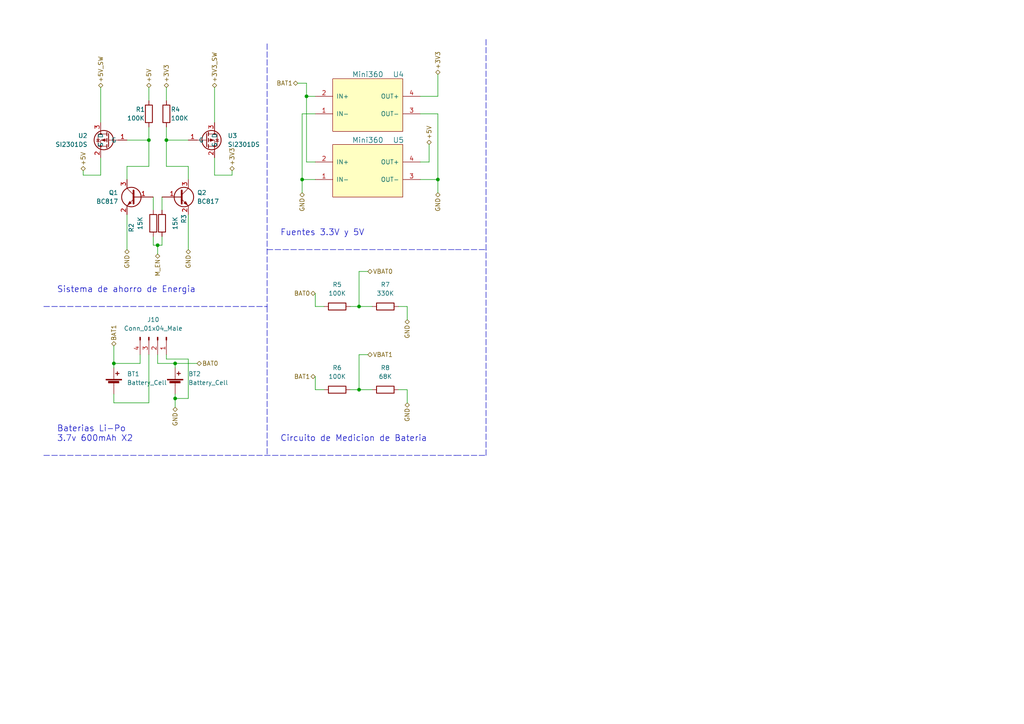
<source format=kicad_sch>
(kicad_sch (version 20211123) (generator eeschema)

  (uuid 5b0cc6af-c59b-4ce9-a1b4-7fcffb45140a)

  (paper "A4")

  (title_block
    (title "mCALCAN: Placa Alimentacion")
    (date "2022-10-10")
    (rev "2_FULL")
    (company "gVIE")
    (comment 1 "Colegio: ITS Villada")
    (comment 2 "Córdoba, Argentina")
  )

  (lib_symbols
    (symbol "Connector:Conn_01x04_Male" (pin_names (offset 1.016) hide) (in_bom yes) (on_board yes)
      (property "Reference" "J" (id 0) (at 0 5.08 0)
        (effects (font (size 1.27 1.27)))
      )
      (property "Value" "Conn_01x04_Male" (id 1) (at 0 -7.62 0)
        (effects (font (size 1.27 1.27)))
      )
      (property "Footprint" "" (id 2) (at 0 0 0)
        (effects (font (size 1.27 1.27)) hide)
      )
      (property "Datasheet" "~" (id 3) (at 0 0 0)
        (effects (font (size 1.27 1.27)) hide)
      )
      (property "ki_keywords" "connector" (id 4) (at 0 0 0)
        (effects (font (size 1.27 1.27)) hide)
      )
      (property "ki_description" "Generic connector, single row, 01x04, script generated (kicad-library-utils/schlib/autogen/connector/)" (id 5) (at 0 0 0)
        (effects (font (size 1.27 1.27)) hide)
      )
      (property "ki_fp_filters" "Connector*:*_1x??_*" (id 6) (at 0 0 0)
        (effects (font (size 1.27 1.27)) hide)
      )
      (symbol "Conn_01x04_Male_1_1"
        (polyline
          (pts
            (xy 1.27 -5.08)
            (xy 0.8636 -5.08)
          )
          (stroke (width 0.1524) (type default) (color 0 0 0 0))
          (fill (type none))
        )
        (polyline
          (pts
            (xy 1.27 -2.54)
            (xy 0.8636 -2.54)
          )
          (stroke (width 0.1524) (type default) (color 0 0 0 0))
          (fill (type none))
        )
        (polyline
          (pts
            (xy 1.27 0)
            (xy 0.8636 0)
          )
          (stroke (width 0.1524) (type default) (color 0 0 0 0))
          (fill (type none))
        )
        (polyline
          (pts
            (xy 1.27 2.54)
            (xy 0.8636 2.54)
          )
          (stroke (width 0.1524) (type default) (color 0 0 0 0))
          (fill (type none))
        )
        (rectangle (start 0.8636 -4.953) (end 0 -5.207)
          (stroke (width 0.1524) (type default) (color 0 0 0 0))
          (fill (type outline))
        )
        (rectangle (start 0.8636 -2.413) (end 0 -2.667)
          (stroke (width 0.1524) (type default) (color 0 0 0 0))
          (fill (type outline))
        )
        (rectangle (start 0.8636 0.127) (end 0 -0.127)
          (stroke (width 0.1524) (type default) (color 0 0 0 0))
          (fill (type outline))
        )
        (rectangle (start 0.8636 2.667) (end 0 2.413)
          (stroke (width 0.1524) (type default) (color 0 0 0 0))
          (fill (type outline))
        )
        (pin passive line (at 5.08 2.54 180) (length 3.81)
          (name "Pin_1" (effects (font (size 1.27 1.27))))
          (number "1" (effects (font (size 1.27 1.27))))
        )
        (pin passive line (at 5.08 0 180) (length 3.81)
          (name "Pin_2" (effects (font (size 1.27 1.27))))
          (number "2" (effects (font (size 1.27 1.27))))
        )
        (pin passive line (at 5.08 -2.54 180) (length 3.81)
          (name "Pin_3" (effects (font (size 1.27 1.27))))
          (number "3" (effects (font (size 1.27 1.27))))
        )
        (pin passive line (at 5.08 -5.08 180) (length 3.81)
          (name "Pin_4" (effects (font (size 1.27 1.27))))
          (number "4" (effects (font (size 1.27 1.27))))
        )
      )
    )
    (symbol "Device:Battery_Cell" (pin_numbers hide) (pin_names (offset 0) hide) (in_bom yes) (on_board yes)
      (property "Reference" "BT" (id 0) (at 2.54 2.54 0)
        (effects (font (size 1.27 1.27)) (justify left))
      )
      (property "Value" "Battery_Cell" (id 1) (at 2.54 0 0)
        (effects (font (size 1.27 1.27)) (justify left))
      )
      (property "Footprint" "" (id 2) (at 0 1.524 90)
        (effects (font (size 1.27 1.27)) hide)
      )
      (property "Datasheet" "~" (id 3) (at 0 1.524 90)
        (effects (font (size 1.27 1.27)) hide)
      )
      (property "ki_keywords" "battery cell" (id 4) (at 0 0 0)
        (effects (font (size 1.27 1.27)) hide)
      )
      (property "ki_description" "Single-cell battery" (id 5) (at 0 0 0)
        (effects (font (size 1.27 1.27)) hide)
      )
      (symbol "Battery_Cell_0_1"
        (rectangle (start -2.286 1.778) (end 2.286 1.524)
          (stroke (width 0) (type default) (color 0 0 0 0))
          (fill (type outline))
        )
        (rectangle (start -1.5748 1.1938) (end 1.4732 0.6858)
          (stroke (width 0) (type default) (color 0 0 0 0))
          (fill (type outline))
        )
        (polyline
          (pts
            (xy 0 0.762)
            (xy 0 0)
          )
          (stroke (width 0) (type default) (color 0 0 0 0))
          (fill (type none))
        )
        (polyline
          (pts
            (xy 0 1.778)
            (xy 0 2.54)
          )
          (stroke (width 0) (type default) (color 0 0 0 0))
          (fill (type none))
        )
        (polyline
          (pts
            (xy 0.508 3.429)
            (xy 1.524 3.429)
          )
          (stroke (width 0.254) (type default) (color 0 0 0 0))
          (fill (type none))
        )
        (polyline
          (pts
            (xy 1.016 3.937)
            (xy 1.016 2.921)
          )
          (stroke (width 0.254) (type default) (color 0 0 0 0))
          (fill (type none))
        )
      )
      (symbol "Battery_Cell_1_1"
        (pin passive line (at 0 5.08 270) (length 2.54)
          (name "+" (effects (font (size 1.27 1.27))))
          (number "1" (effects (font (size 1.27 1.27))))
        )
        (pin passive line (at 0 -2.54 90) (length 2.54)
          (name "-" (effects (font (size 1.27 1.27))))
          (number "2" (effects (font (size 1.27 1.27))))
        )
      )
    )
    (symbol "Device:R" (pin_numbers hide) (pin_names (offset 0)) (in_bom yes) (on_board yes)
      (property "Reference" "R" (id 0) (at 2.032 0 90)
        (effects (font (size 1.27 1.27)))
      )
      (property "Value" "R" (id 1) (at 0 0 90)
        (effects (font (size 1.27 1.27)))
      )
      (property "Footprint" "" (id 2) (at -1.778 0 90)
        (effects (font (size 1.27 1.27)) hide)
      )
      (property "Datasheet" "~" (id 3) (at 0 0 0)
        (effects (font (size 1.27 1.27)) hide)
      )
      (property "ki_keywords" "R res resistor" (id 4) (at 0 0 0)
        (effects (font (size 1.27 1.27)) hide)
      )
      (property "ki_description" "Resistor" (id 5) (at 0 0 0)
        (effects (font (size 1.27 1.27)) hide)
      )
      (property "ki_fp_filters" "R_*" (id 6) (at 0 0 0)
        (effects (font (size 1.27 1.27)) hide)
      )
      (symbol "R_0_1"
        (rectangle (start -1.016 -2.54) (end 1.016 2.54)
          (stroke (width 0.254) (type default) (color 0 0 0 0))
          (fill (type none))
        )
      )
      (symbol "R_1_1"
        (pin passive line (at 0 3.81 270) (length 1.27)
          (name "~" (effects (font (size 1.27 1.27))))
          (number "1" (effects (font (size 1.27 1.27))))
        )
        (pin passive line (at 0 -3.81 90) (length 1.27)
          (name "~" (effects (font (size 1.27 1.27))))
          (number "2" (effects (font (size 1.27 1.27))))
        )
      )
    )
    (symbol "Transistor_BJT:BC817" (pin_names (offset 0) hide) (in_bom yes) (on_board yes)
      (property "Reference" "Q" (id 0) (at 5.08 1.905 0)
        (effects (font (size 1.27 1.27)) (justify left))
      )
      (property "Value" "BC817" (id 1) (at 5.08 0 0)
        (effects (font (size 1.27 1.27)) (justify left))
      )
      (property "Footprint" "Package_TO_SOT_SMD:SOT-23" (id 2) (at 5.08 -1.905 0)
        (effects (font (size 1.27 1.27) italic) (justify left) hide)
      )
      (property "Datasheet" "https://www.onsemi.com/pub/Collateral/BC818-D.pdf" (id 3) (at 0 0 0)
        (effects (font (size 1.27 1.27)) (justify left) hide)
      )
      (property "ki_keywords" "NPN Transistor" (id 4) (at 0 0 0)
        (effects (font (size 1.27 1.27)) hide)
      )
      (property "ki_description" "0.8A Ic, 45V Vce, NPN Transistor, SOT-23" (id 5) (at 0 0 0)
        (effects (font (size 1.27 1.27)) hide)
      )
      (property "ki_fp_filters" "SOT?23*" (id 6) (at 0 0 0)
        (effects (font (size 1.27 1.27)) hide)
      )
      (symbol "BC817_0_1"
        (polyline
          (pts
            (xy 0.635 0.635)
            (xy 2.54 2.54)
          )
          (stroke (width 0) (type default) (color 0 0 0 0))
          (fill (type none))
        )
        (polyline
          (pts
            (xy 0.635 -0.635)
            (xy 2.54 -2.54)
            (xy 2.54 -2.54)
          )
          (stroke (width 0) (type default) (color 0 0 0 0))
          (fill (type none))
        )
        (polyline
          (pts
            (xy 0.635 1.905)
            (xy 0.635 -1.905)
            (xy 0.635 -1.905)
          )
          (stroke (width 0.508) (type default) (color 0 0 0 0))
          (fill (type none))
        )
        (polyline
          (pts
            (xy 1.27 -1.778)
            (xy 1.778 -1.27)
            (xy 2.286 -2.286)
            (xy 1.27 -1.778)
            (xy 1.27 -1.778)
          )
          (stroke (width 0) (type default) (color 0 0 0 0))
          (fill (type outline))
        )
        (circle (center 1.27 0) (radius 2.8194)
          (stroke (width 0.254) (type default) (color 0 0 0 0))
          (fill (type none))
        )
      )
      (symbol "BC817_1_1"
        (pin input line (at -5.08 0 0) (length 5.715)
          (name "B" (effects (font (size 1.27 1.27))))
          (number "1" (effects (font (size 1.27 1.27))))
        )
        (pin passive line (at 2.54 -5.08 90) (length 2.54)
          (name "E" (effects (font (size 1.27 1.27))))
          (number "2" (effects (font (size 1.27 1.27))))
        )
        (pin passive line (at 2.54 5.08 270) (length 2.54)
          (name "C" (effects (font (size 1.27 1.27))))
          (number "3" (effects (font (size 1.27 1.27))))
        )
      )
    )
    (symbol "mCALCAN_lib:Mini360" (pin_names (offset 1.016)) (in_bom yes) (on_board yes)
      (property "Reference" "U" (id 0) (at 0 -5.08 0)
        (effects (font (size 1.524 1.524)))
      )
      (property "Value" "Mini360" (id 1) (at 0 5.08 0)
        (effects (font (size 1.524 1.524)))
      )
      (property "Footprint" "" (id 2) (at 0 0 0)
        (effects (font (size 1.524 1.524)) hide)
      )
      (property "Datasheet" "" (id 3) (at 0 0 0)
        (effects (font (size 1.524 1.524)) hide)
      )
      (symbol "Mini360_0_1"
        (rectangle (start -10.16 7.62) (end 10.16 -7.62)
          (stroke (width 0) (type default) (color 0 0 0 0))
          (fill (type background))
        )
      )
      (symbol "Mini360_1_1"
        (pin power_in line (at -15.24 -2.54 0) (length 5.08)
          (name "IN-" (effects (font (size 1.27 1.27))))
          (number "1" (effects (font (size 1.27 1.27))))
        )
        (pin power_in line (at -15.24 2.54 0) (length 5.08)
          (name "IN+" (effects (font (size 1.27 1.27))))
          (number "2" (effects (font (size 1.27 1.27))))
        )
        (pin power_out line (at 15.24 -2.54 180) (length 5.08)
          (name "OUT-" (effects (font (size 1.27 1.27))))
          (number "3" (effects (font (size 1.27 1.27))))
        )
        (pin power_out line (at 15.24 2.54 180) (length 5.08)
          (name "OUT+" (effects (font (size 1.27 1.27))))
          (number "4" (effects (font (size 1.27 1.27))))
        )
      )
    )
    (symbol "mCALCAN_lib:SI2301DS" (in_bom yes) (on_board yes)
      (property "Reference" "U" (id 0) (at 2.54 -1.27 0)
        (effects (font (size 1.27 1.27)))
      )
      (property "Value" "SI2301DS" (id 1) (at 6.35 1.27 0)
        (effects (font (size 1.27 1.27)))
      )
      (property "Footprint" "" (id 2) (at 0 12.7 0)
        (effects (font (size 1.27 1.27)) hide)
      )
      (property "Datasheet" "" (id 3) (at 0 12.7 0)
        (effects (font (size 1.27 1.27)) hide)
      )
      (symbol "SI2301DS_0_1"
        (circle (center -0.889 0) (radius 2.794)
          (stroke (width 0.254) (type default) (color 0 0 0 0))
          (fill (type none))
        )
        (circle (center 0 -1.778) (radius 0.254)
          (stroke (width 0) (type default) (color 0 0 0 0))
          (fill (type outline))
        )
        (polyline
          (pts
            (xy -2.286 0)
            (xy -5.08 0)
          )
          (stroke (width 0) (type default) (color 0 0 0 0))
          (fill (type none))
        )
        (polyline
          (pts
            (xy -2.286 1.905)
            (xy -2.286 -1.905)
          )
          (stroke (width 0.254) (type default) (color 0 0 0 0))
          (fill (type none))
        )
        (polyline
          (pts
            (xy -1.778 -1.27)
            (xy -1.778 -2.286)
          )
          (stroke (width 0.254) (type default) (color 0 0 0 0))
          (fill (type none))
        )
        (polyline
          (pts
            (xy -1.778 0.508)
            (xy -1.778 -0.508)
          )
          (stroke (width 0.254) (type default) (color 0 0 0 0))
          (fill (type none))
        )
        (polyline
          (pts
            (xy -1.778 2.286)
            (xy -1.778 1.27)
          )
          (stroke (width 0.254) (type default) (color 0 0 0 0))
          (fill (type none))
        )
        (polyline
          (pts
            (xy 0 2.54)
            (xy 0 1.778)
          )
          (stroke (width 0) (type default) (color 0 0 0 0))
          (fill (type none))
        )
        (polyline
          (pts
            (xy 0 -2.54)
            (xy 0 0)
            (xy -1.778 0)
          )
          (stroke (width 0) (type default) (color 0 0 0 0))
          (fill (type none))
        )
        (polyline
          (pts
            (xy -1.778 1.778)
            (xy 0.762 1.778)
            (xy 0.762 -1.778)
            (xy -1.778 -1.778)
          )
          (stroke (width 0) (type default) (color 0 0 0 0))
          (fill (type none))
        )
        (polyline
          (pts
            (xy -0.254 0)
            (xy -1.27 0.381)
            (xy -1.27 -0.381)
            (xy -0.254 0)
          )
          (stroke (width 0) (type default) (color 0 0 0 0))
          (fill (type outline))
        )
        (polyline
          (pts
            (xy 0.254 -0.508)
            (xy 0.381 -0.381)
            (xy 1.143 -0.381)
            (xy 1.27 -0.254)
          )
          (stroke (width 0) (type default) (color 0 0 0 0))
          (fill (type none))
        )
        (polyline
          (pts
            (xy 0.762 -0.381)
            (xy 0.381 0.254)
            (xy 1.143 0.254)
            (xy 0.762 -0.381)
          )
          (stroke (width 0) (type default) (color 0 0 0 0))
          (fill (type none))
        )
        (circle (center 0 1.778) (radius 0.254)
          (stroke (width 0) (type default) (color 0 0 0 0))
          (fill (type outline))
        )
      )
      (symbol "SI2301DS_1_1"
        (pin input line (at -7.62 0 0) (length 2.54)
          (name "G" (effects (font (size 1.27 1.27))))
          (number "1" (effects (font (size 1.27 1.27))))
        )
        (pin passive line (at 0 -5.08 90) (length 2.54)
          (name "S" (effects (font (size 1.27 1.27))))
          (number "2" (effects (font (size 1.27 1.27))))
        )
        (pin passive line (at 0 5.08 270) (length 2.54)
          (name "D" (effects (font (size 1.27 1.27))))
          (number "3" (effects (font (size 1.27 1.27))))
        )
      )
    )
  )

  (junction (at 104.14 113.03) (diameter 0) (color 0 0 0 0)
    (uuid 0adaf617-475f-43f9-aa31-807fbc980615)
  )
  (junction (at 50.8 115.57) (diameter 0) (color 0 0 0 0)
    (uuid 16c7b5dc-5d75-42c0-9da9-367358bdd923)
  )
  (junction (at 127 52.07) (diameter 0) (color 0 0 0 0)
    (uuid 1ac0bdcc-e431-4dc4-8383-103cc50a3957)
  )
  (junction (at 50.8 105.41) (diameter 0) (color 0 0 0 0)
    (uuid 51223dc7-c730-4f02-bc5c-ec120abdb87f)
  )
  (junction (at 48.26 40.64) (diameter 0) (color 0 0 0 0)
    (uuid 7a6872ca-7b05-4a1d-abec-25a4fd8cb67a)
  )
  (junction (at 87.63 52.07) (diameter 0) (color 0 0 0 0)
    (uuid 83a20695-f270-43fc-8de1-c9e8d0df4a39)
  )
  (junction (at 88.9 27.94) (diameter 0) (color 0 0 0 0)
    (uuid a18d9d86-b4e6-460d-abc7-49d873665261)
  )
  (junction (at 33.02 105.41) (diameter 0) (color 0 0 0 0)
    (uuid c220b3c9-acbd-4daf-b5fc-4ad618be408d)
  )
  (junction (at 104.14 88.9) (diameter 0) (color 0 0 0 0)
    (uuid dbc767d9-6914-4daa-8762-7319e10be02e)
  )
  (junction (at 43.18 40.64) (diameter 0) (color 0 0 0 0)
    (uuid e43f60f4-4b51-4a45-bbe9-b178246292df)
  )
  (junction (at 45.72 71.12) (diameter 0) (color 0 0 0 0)
    (uuid eb55c0c1-1d64-4070-829b-00fed651a3ca)
  )

  (wire (pts (xy 104.14 88.9) (xy 107.95 88.9))
    (stroke (width 0) (type default) (color 0 0 0 0))
    (uuid 026620c8-a002-4c06-9434-436ef68ca5a1)
  )
  (polyline (pts (xy 12.7 88.9) (xy 77.47 88.9))
    (stroke (width 0) (type default) (color 0 0 0 0))
    (uuid 064e4403-8091-45dd-95c4-fba3e0a0eb7e)
  )

  (wire (pts (xy 33.02 114.3) (xy 33.02 116.84))
    (stroke (width 0) (type default) (color 0 0 0 0))
    (uuid 082e10d8-76c9-4285-869a-5dd46771e7a1)
  )
  (wire (pts (xy 46.99 68.58) (xy 46.99 71.12))
    (stroke (width 0) (type default) (color 0 0 0 0))
    (uuid 08d34463-cc9a-4b82-a39e-78e0eb8c00d7)
  )
  (wire (pts (xy 45.72 71.12) (xy 46.99 71.12))
    (stroke (width 0) (type default) (color 0 0 0 0))
    (uuid 0e9235e8-f371-41d2-811b-515dcf582df3)
  )
  (wire (pts (xy 93.98 113.03) (xy 91.44 113.03))
    (stroke (width 0) (type default) (color 0 0 0 0))
    (uuid 14ed08d9-bdfd-451a-b1d2-e88cd2134906)
  )
  (wire (pts (xy 44.45 57.15) (xy 44.45 60.96))
    (stroke (width 0) (type default) (color 0 0 0 0))
    (uuid 152c6d0d-4316-4d70-8e05-1f535b3be289)
  )
  (wire (pts (xy 88.9 24.13) (xy 88.9 27.94))
    (stroke (width 0) (type default) (color 0 0 0 0))
    (uuid 1943d388-d04b-4856-b1d1-dd39bdfeffd9)
  )
  (wire (pts (xy 104.14 78.74) (xy 104.14 88.9))
    (stroke (width 0) (type default) (color 0 0 0 0))
    (uuid 1a6da08f-21bd-47d1-83a0-e907d326e9f0)
  )
  (wire (pts (xy 67.31 49.53) (xy 67.31 50.8))
    (stroke (width 0) (type default) (color 0 0 0 0))
    (uuid 1b2d04ee-b913-42a3-85fb-a49aa30d780a)
  )
  (wire (pts (xy 50.8 105.41) (xy 45.72 105.41))
    (stroke (width 0) (type default) (color 0 0 0 0))
    (uuid 1bbc57af-49f9-4f71-a0ec-8bb74a7a4db2)
  )
  (polyline (pts (xy 132.08 132.08) (xy 140.97 132.08))
    (stroke (width 0) (type default) (color 0 0 0 0))
    (uuid 234673a9-4eb5-4c3b-b597-6bec9dae04c3)
  )

  (wire (pts (xy 48.26 102.87) (xy 48.26 104.14))
    (stroke (width 0) (type default) (color 0 0 0 0))
    (uuid 24714be6-893e-4774-904e-1e1c1ba061af)
  )
  (wire (pts (xy 104.14 102.87) (xy 104.14 113.03))
    (stroke (width 0) (type default) (color 0 0 0 0))
    (uuid 2864e45c-85f9-434e-a351-8169baf07889)
  )
  (wire (pts (xy 62.23 25.4) (xy 62.23 35.56))
    (stroke (width 0) (type default) (color 0 0 0 0))
    (uuid 28c03d35-e2d7-4d2e-b4b6-41b0209d939f)
  )
  (wire (pts (xy 62.23 45.72) (xy 62.23 50.8))
    (stroke (width 0) (type default) (color 0 0 0 0))
    (uuid 28fe05b9-80e0-4d9f-975d-d9b60ebefadb)
  )
  (wire (pts (xy 54.61 48.26) (xy 48.26 48.26))
    (stroke (width 0) (type default) (color 0 0 0 0))
    (uuid 29b7345a-ea82-4f43-b5ce-aa7bd313b582)
  )
  (wire (pts (xy 33.02 105.41) (xy 33.02 106.68))
    (stroke (width 0) (type default) (color 0 0 0 0))
    (uuid 29e61887-c674-4f63-83fe-689f4a9e529b)
  )
  (wire (pts (xy 124.46 41.91) (xy 124.46 46.99))
    (stroke (width 0) (type default) (color 0 0 0 0))
    (uuid 2c66a866-b363-4fb0-95ba-a7c702dd857d)
  )
  (wire (pts (xy 45.72 105.41) (xy 45.72 102.87))
    (stroke (width 0) (type default) (color 0 0 0 0))
    (uuid 35d48053-0852-4e3b-a476-dc0968f65a5b)
  )
  (wire (pts (xy 121.92 33.02) (xy 127 33.02))
    (stroke (width 0) (type default) (color 0 0 0 0))
    (uuid 3627154d-e399-4264-b27e-7aa4a409b7e6)
  )
  (wire (pts (xy 127 33.02) (xy 127 52.07))
    (stroke (width 0) (type default) (color 0 0 0 0))
    (uuid 395083d4-e1ba-474c-acd1-1e836278a63f)
  )
  (wire (pts (xy 54.61 115.57) (xy 50.8 115.57))
    (stroke (width 0) (type default) (color 0 0 0 0))
    (uuid 3b1db70f-68f7-4205-aa2d-646ff994d8d8)
  )
  (wire (pts (xy 40.64 102.87) (xy 40.64 105.41))
    (stroke (width 0) (type default) (color 0 0 0 0))
    (uuid 3b8b6a73-5540-44fe-a9da-9624fd651375)
  )
  (wire (pts (xy 43.18 25.4) (xy 43.18 29.21))
    (stroke (width 0) (type default) (color 0 0 0 0))
    (uuid 3de68549-fff8-4bcb-a003-eda829fd5afc)
  )
  (wire (pts (xy 93.98 88.9) (xy 91.44 88.9))
    (stroke (width 0) (type default) (color 0 0 0 0))
    (uuid 415ee1bf-bf0f-47f4-826a-9e79f819942e)
  )
  (wire (pts (xy 121.92 52.07) (xy 127 52.07))
    (stroke (width 0) (type default) (color 0 0 0 0))
    (uuid 45d586bf-f73f-49e8-b5f2-8ca6d2497668)
  )
  (wire (pts (xy 127 52.07) (xy 127 55.88))
    (stroke (width 0) (type default) (color 0 0 0 0))
    (uuid 4e86b98f-dae9-46cb-ba05-754372d6ffad)
  )
  (wire (pts (xy 24.13 49.53) (xy 24.13 50.8))
    (stroke (width 0) (type default) (color 0 0 0 0))
    (uuid 4eb772d3-f58d-4439-9e7e-3fbb76dbe00d)
  )
  (wire (pts (xy 104.14 88.9) (xy 101.6 88.9))
    (stroke (width 0) (type default) (color 0 0 0 0))
    (uuid 5859c03a-cc77-4c94-b9ee-e1b3a1cd863c)
  )
  (wire (pts (xy 88.9 27.94) (xy 91.44 27.94))
    (stroke (width 0) (type default) (color 0 0 0 0))
    (uuid 5a099a21-fbe8-49b6-bd11-1410df681152)
  )
  (wire (pts (xy 50.8 115.57) (xy 50.8 118.11))
    (stroke (width 0) (type default) (color 0 0 0 0))
    (uuid 5d8496c2-bfe6-4e3b-9317-deb4f60a419a)
  )
  (wire (pts (xy 50.8 106.68) (xy 50.8 105.41))
    (stroke (width 0) (type default) (color 0 0 0 0))
    (uuid 6206485a-451e-4cc9-a53c-24e10c62f033)
  )
  (wire (pts (xy 124.46 46.99) (xy 121.92 46.99))
    (stroke (width 0) (type default) (color 0 0 0 0))
    (uuid 667c8c03-252a-4a52-b585-62158a43f671)
  )
  (wire (pts (xy 48.26 40.64) (xy 48.26 48.26))
    (stroke (width 0) (type default) (color 0 0 0 0))
    (uuid 6e5e520e-43c9-4e89-b40f-44a7f5090617)
  )
  (wire (pts (xy 54.61 40.64) (xy 48.26 40.64))
    (stroke (width 0) (type default) (color 0 0 0 0))
    (uuid 70f3b701-508d-4642-9f1b-df8f52d71f2e)
  )
  (wire (pts (xy 29.21 50.8) (xy 24.13 50.8))
    (stroke (width 0) (type default) (color 0 0 0 0))
    (uuid 79bbdd28-85c1-4015-855d-4d292d636be9)
  )
  (wire (pts (xy 50.8 105.41) (xy 57.15 105.41))
    (stroke (width 0) (type default) (color 0 0 0 0))
    (uuid 7aeb5401-a03e-4628-88d7-ea0e653e724c)
  )
  (wire (pts (xy 48.26 36.83) (xy 48.26 40.64))
    (stroke (width 0) (type default) (color 0 0 0 0))
    (uuid 7b1c4702-50b5-4bc4-bf72-45fb3507619e)
  )
  (wire (pts (xy 46.99 57.15) (xy 46.99 60.96))
    (stroke (width 0) (type default) (color 0 0 0 0))
    (uuid 7b242641-5f76-4a22-9253-0cfe6b1d94c5)
  )
  (wire (pts (xy 91.44 33.02) (xy 87.63 33.02))
    (stroke (width 0) (type default) (color 0 0 0 0))
    (uuid 7be115bd-7bfd-40a0-a457-3840def85f61)
  )
  (wire (pts (xy 127 21.59) (xy 127 27.94))
    (stroke (width 0) (type default) (color 0 0 0 0))
    (uuid 7c3323fa-d4c5-46cf-8297-947281809dc2)
  )
  (wire (pts (xy 91.44 113.03) (xy 91.44 109.22))
    (stroke (width 0) (type default) (color 0 0 0 0))
    (uuid 7d0453d9-2c53-47d4-bd78-e35ad6b6648b)
  )
  (wire (pts (xy 87.63 52.07) (xy 87.63 55.88))
    (stroke (width 0) (type default) (color 0 0 0 0))
    (uuid 80823dba-ec8e-44f4-bd16-d77f71f9171a)
  )
  (wire (pts (xy 43.18 36.83) (xy 43.18 40.64))
    (stroke (width 0) (type default) (color 0 0 0 0))
    (uuid 8a474867-2896-4fd5-8faa-cb2dc11ce90f)
  )
  (wire (pts (xy 91.44 46.99) (xy 88.9 46.99))
    (stroke (width 0) (type default) (color 0 0 0 0))
    (uuid 8c25b9c0-aa67-40e8-a36a-c640c87a6c6e)
  )
  (wire (pts (xy 33.02 116.84) (xy 43.18 116.84))
    (stroke (width 0) (type default) (color 0 0 0 0))
    (uuid 8f0b3612-d765-48ea-bddb-dc9d065d68a4)
  )
  (wire (pts (xy 115.57 88.9) (xy 118.11 88.9))
    (stroke (width 0) (type default) (color 0 0 0 0))
    (uuid 8fc96acc-d62e-4f6c-b27f-3311cf9d27d4)
  )
  (wire (pts (xy 104.14 113.03) (xy 101.6 113.03))
    (stroke (width 0) (type default) (color 0 0 0 0))
    (uuid 90d5d112-af16-4f51-aa82-4e004e6c38a8)
  )
  (wire (pts (xy 54.61 48.26) (xy 54.61 52.07))
    (stroke (width 0) (type default) (color 0 0 0 0))
    (uuid 9223fa48-b778-49a4-b203-314ffc350cff)
  )
  (wire (pts (xy 48.26 25.4) (xy 48.26 29.21))
    (stroke (width 0) (type default) (color 0 0 0 0))
    (uuid 93e0ddf6-ed24-432c-9ae5-21d42deab64a)
  )
  (polyline (pts (xy 12.7 132.08) (xy 132.08 132.08))
    (stroke (width 0) (type default) (color 0 0 0 0))
    (uuid 954ee634-486c-424c-8c23-f50c3d5bcbef)
  )
  (polyline (pts (xy 77.47 72.39) (xy 132.08 72.39))
    (stroke (width 0) (type default) (color 0 0 0 0))
    (uuid 9ca1ced0-06db-45b5-badc-17ac876319e2)
  )

  (wire (pts (xy 118.11 88.9) (xy 118.11 92.71))
    (stroke (width 0) (type default) (color 0 0 0 0))
    (uuid 9e34b07a-65d1-4bb6-8d72-a9ec7f6e5a9e)
  )
  (wire (pts (xy 44.45 68.58) (xy 44.45 71.12))
    (stroke (width 0) (type default) (color 0 0 0 0))
    (uuid 9fb70ea1-640a-4bdc-a4f3-fae203e857ed)
  )
  (wire (pts (xy 45.72 71.12) (xy 45.72 73.66))
    (stroke (width 0) (type default) (color 0 0 0 0))
    (uuid a1ceb2b6-86c4-4940-b91f-734db804b221)
  )
  (wire (pts (xy 87.63 52.07) (xy 91.44 52.07))
    (stroke (width 0) (type default) (color 0 0 0 0))
    (uuid a64ce91a-d0bf-4b4e-9e47-47f0b944b4a4)
  )
  (wire (pts (xy 36.83 40.64) (xy 43.18 40.64))
    (stroke (width 0) (type default) (color 0 0 0 0))
    (uuid a6f3c8b5-0bef-4552-a429-9cb8ac69cf24)
  )
  (wire (pts (xy 36.83 48.26) (xy 43.18 48.26))
    (stroke (width 0) (type default) (color 0 0 0 0))
    (uuid a8eb3325-53a6-498e-9487-e0ca54356ae8)
  )
  (wire (pts (xy 54.61 104.14) (xy 54.61 115.57))
    (stroke (width 0) (type default) (color 0 0 0 0))
    (uuid ac68ee47-5c20-4c7f-b4d4-dbb3ef2181c8)
  )
  (wire (pts (xy 29.21 25.4) (xy 29.21 35.56))
    (stroke (width 0) (type default) (color 0 0 0 0))
    (uuid ae90b798-6aa0-4726-a1c9-11cfa9744c72)
  )
  (wire (pts (xy 48.26 104.14) (xy 54.61 104.14))
    (stroke (width 0) (type default) (color 0 0 0 0))
    (uuid b11af55f-20cd-4a02-9489-90ed6b3835f7)
  )
  (polyline (pts (xy 140.97 132.08) (xy 140.97 72.39))
    (stroke (width 0) (type default) (color 0 0 0 0))
    (uuid b1b05265-ebbe-46d0-8f26-861dba6f0f2d)
  )
  (polyline (pts (xy 140.97 11.43) (xy 140.97 72.39))
    (stroke (width 0) (type default) (color 0 0 0 0))
    (uuid b649784e-b6fa-4d0a-97a8-ce6df9c20fb3)
  )

  (wire (pts (xy 118.11 113.03) (xy 118.11 116.84))
    (stroke (width 0) (type default) (color 0 0 0 0))
    (uuid bd00622f-2be3-434e-9b97-b3544b2f258f)
  )
  (wire (pts (xy 62.23 50.8) (xy 67.31 50.8))
    (stroke (width 0) (type default) (color 0 0 0 0))
    (uuid c26c5b80-1579-49a4-b1b3-b118f641d383)
  )
  (wire (pts (xy 86.36 24.13) (xy 88.9 24.13))
    (stroke (width 0) (type default) (color 0 0 0 0))
    (uuid c320b789-2383-459d-831d-85843507c7b7)
  )
  (wire (pts (xy 106.68 102.87) (xy 104.14 102.87))
    (stroke (width 0) (type default) (color 0 0 0 0))
    (uuid c406b556-77da-4301-a0e0-b7be1d84968d)
  )
  (wire (pts (xy 54.61 62.23) (xy 54.61 72.39))
    (stroke (width 0) (type default) (color 0 0 0 0))
    (uuid c4cebce9-ca42-41a5-9c93-4f70eda4ad3a)
  )
  (polyline (pts (xy 77.47 12.7) (xy 77.47 88.9))
    (stroke (width 0) (type default) (color 0 0 0 0))
    (uuid c5b21375-8ac4-4378-a2ca-4de1a98394f7)
  )

  (wire (pts (xy 44.45 71.12) (xy 45.72 71.12))
    (stroke (width 0) (type default) (color 0 0 0 0))
    (uuid c5bd469d-23a4-4bb7-ae7d-077ab28bec65)
  )
  (wire (pts (xy 50.8 114.3) (xy 50.8 115.57))
    (stroke (width 0) (type default) (color 0 0 0 0))
    (uuid c63be9f9-0ffb-483c-a380-7de5beec0b6a)
  )
  (wire (pts (xy 36.83 48.26) (xy 36.83 52.07))
    (stroke (width 0) (type default) (color 0 0 0 0))
    (uuid d7f285de-bc4e-4bad-9334-3297ab6e2938)
  )
  (polyline (pts (xy 132.08 72.39) (xy 140.97 72.39))
    (stroke (width 0) (type default) (color 0 0 0 0))
    (uuid e08cb19f-3f5d-4776-95a3-d46cf8723196)
  )

  (wire (pts (xy 88.9 46.99) (xy 88.9 27.94))
    (stroke (width 0) (type default) (color 0 0 0 0))
    (uuid e4980fb7-6221-40b1-a9ba-5ff11ba41252)
  )
  (wire (pts (xy 33.02 105.41) (xy 40.64 105.41))
    (stroke (width 0) (type default) (color 0 0 0 0))
    (uuid e54c500b-d5de-4202-a2ae-66c4823c712e)
  )
  (wire (pts (xy 115.57 113.03) (xy 118.11 113.03))
    (stroke (width 0) (type default) (color 0 0 0 0))
    (uuid e773419c-dfa1-461b-9b44-0eab12648ef1)
  )
  (wire (pts (xy 43.18 40.64) (xy 43.18 48.26))
    (stroke (width 0) (type default) (color 0 0 0 0))
    (uuid ea08bc6b-67e3-43a8-b417-8f2943148baa)
  )
  (wire (pts (xy 91.44 88.9) (xy 91.44 85.09))
    (stroke (width 0) (type default) (color 0 0 0 0))
    (uuid efaa6820-0873-441d-9a62-d49fd1468514)
  )
  (wire (pts (xy 104.14 113.03) (xy 107.95 113.03))
    (stroke (width 0) (type default) (color 0 0 0 0))
    (uuid f14d7e7f-203d-4e72-b320-63419ab8bc6f)
  )
  (wire (pts (xy 29.21 45.72) (xy 29.21 50.8))
    (stroke (width 0) (type default) (color 0 0 0 0))
    (uuid f39567e8-cb73-4b6a-ad91-fcbe6b3fe5f1)
  )
  (wire (pts (xy 127 27.94) (xy 121.92 27.94))
    (stroke (width 0) (type default) (color 0 0 0 0))
    (uuid f4b684b5-0fe7-4a9a-bfa0-4758bea3d81f)
  )
  (wire (pts (xy 87.63 33.02) (xy 87.63 52.07))
    (stroke (width 0) (type default) (color 0 0 0 0))
    (uuid f625cbb2-6156-4a0e-a7bc-ce9e160a7323)
  )
  (wire (pts (xy 36.83 62.23) (xy 36.83 72.39))
    (stroke (width 0) (type default) (color 0 0 0 0))
    (uuid f6c2a47a-4b48-42fc-abaf-208051795e65)
  )
  (wire (pts (xy 43.18 116.84) (xy 43.18 102.87))
    (stroke (width 0) (type default) (color 0 0 0 0))
    (uuid f8e148e9-3147-42d2-8a51-6e284abe3478)
  )
  (wire (pts (xy 106.68 78.74) (xy 104.14 78.74))
    (stroke (width 0) (type default) (color 0 0 0 0))
    (uuid fdcf659b-961b-4d08-ba01-94f019973a30)
  )
  (polyline (pts (xy 77.47 88.9) (xy 77.47 132.08))
    (stroke (width 0) (type default) (color 0 0 0 0))
    (uuid febbfb68-d7fd-45bb-8282-49c50af7c927)
  )

  (wire (pts (xy 33.02 100.33) (xy 33.02 105.41))
    (stroke (width 0) (type default) (color 0 0 0 0))
    (uuid ff3a4855-5ebe-415e-9ba7-92f7eb68eb28)
  )

  (text "Baterias Li-Po\n3.7v 600mAh X2" (at 16.51 128.27 0)
    (effects (font (size 1.75 1.75)) (justify left bottom))
    (uuid 4dff1229-5402-4c2a-88cf-bf9bb141d0a3)
  )
  (text "Sistema de ahorro de Energia" (at 16.51 85.09 0)
    (effects (font (size 1.75 1.75)) (justify left bottom))
    (uuid 5a952662-52c0-43f4-b4ff-804bc7992a20)
  )
  (text "Fuentes 3.3V y 5V" (at 81.28 68.58 0)
    (effects (font (size 1.75 1.75)) (justify left bottom))
    (uuid c2d32fa0-6dfc-4177-b546-e77889642db7)
  )
  (text "Circuito de Medicion de Bateria" (at 81.28 128.27 0)
    (effects (font (size 1.75 1.75)) (justify left bottom))
    (uuid c34f1042-20df-47de-97a9-bcdef2827ac2)
  )

  (hierarchical_label "VBAT0" (shape bidirectional) (at 106.68 78.74 0)
    (effects (font (size 1.27 1.27)) (justify left))
    (uuid 089ce035-9478-41a2-b62b-20803c7bf5eb)
  )
  (hierarchical_label "GND" (shape bidirectional) (at 127 55.88 270)
    (effects (font (size 1.27 1.27)) (justify right))
    (uuid 26fcbf60-620d-4fdb-9f82-c2d314d262ee)
  )
  (hierarchical_label "+3V3" (shape bidirectional) (at 67.31 49.53 90)
    (effects (font (size 1.27 1.27)) (justify left))
    (uuid 30784cdd-2cbc-4e8e-ba9f-27194af9c189)
  )
  (hierarchical_label "GND" (shape bidirectional) (at 118.11 92.71 270)
    (effects (font (size 1.27 1.27)) (justify right))
    (uuid 388a2973-04cd-4945-8c7b-f462e6d66984)
  )
  (hierarchical_label "GND" (shape bidirectional) (at 36.83 72.39 270)
    (effects (font (size 1.27 1.27)) (justify right))
    (uuid 4d25c72d-7aac-4960-95d6-191854f0180b)
  )
  (hierarchical_label "BAT1" (shape bidirectional) (at 33.02 100.33 90)
    (effects (font (size 1.27 1.27)) (justify left))
    (uuid 4dc8e76d-278e-4e9a-96a9-8e53de1ca699)
  )
  (hierarchical_label "+5V" (shape bidirectional) (at 124.46 41.91 90)
    (effects (font (size 1.27 1.27)) (justify left))
    (uuid 5e0386bf-352a-4be9-8196-413d5df3062e)
  )
  (hierarchical_label "+3V3" (shape bidirectional) (at 127 21.59 90)
    (effects (font (size 1.27 1.27)) (justify left))
    (uuid 67b300c5-d4c1-4b0d-978a-4ee3effda894)
  )
  (hierarchical_label "GND" (shape bidirectional) (at 118.11 116.84 270)
    (effects (font (size 1.27 1.27)) (justify right))
    (uuid 6a7fed70-7825-41af-a333-91a00b7c180a)
  )
  (hierarchical_label "+3V3_SW" (shape bidirectional) (at 62.23 25.4 90)
    (effects (font (size 1.27 1.27)) (justify left))
    (uuid 6b0c0598-50b0-487b-a036-151903ebd675)
  )
  (hierarchical_label "GND" (shape bidirectional) (at 87.63 55.88 270)
    (effects (font (size 1.27 1.27)) (justify right))
    (uuid 75b05434-bdc3-4cd5-b5da-99d560ac2d40)
  )
  (hierarchical_label "BAT0" (shape bidirectional) (at 91.44 85.09 180)
    (effects (font (size 1.27 1.27)) (justify right))
    (uuid 7de08f96-4a98-4ce2-9e4d-39c3e11128df)
  )
  (hierarchical_label "+3V3" (shape bidirectional) (at 48.26 25.4 90)
    (effects (font (size 1.27 1.27)) (justify left))
    (uuid 7e9d9d66-32c8-4640-ba5c-c4c8889a63ce)
  )
  (hierarchical_label "BAT1" (shape bidirectional) (at 86.36 24.13 180)
    (effects (font (size 1.27 1.27)) (justify right))
    (uuid 8387156f-659b-4ea3-825c-571b84e936c6)
  )
  (hierarchical_label "VBAT1" (shape bidirectional) (at 106.68 102.87 0)
    (effects (font (size 1.27 1.27)) (justify left))
    (uuid 959d531c-39e4-45ae-8ac5-5e8a807e0d13)
  )
  (hierarchical_label "BAT0" (shape bidirectional) (at 57.15 105.41 0)
    (effects (font (size 1.27 1.27)) (justify left))
    (uuid 982962a3-e487-47a9-8dea-a8e6039b5c85)
  )
  (hierarchical_label "+5V_SW" (shape bidirectional) (at 29.21 25.4 90)
    (effects (font (size 1.27 1.27)) (justify left))
    (uuid c7e264c2-c54d-43df-9ab1-a534936cd416)
  )
  (hierarchical_label "M_EN" (shape bidirectional) (at 45.72 73.66 270)
    (effects (font (size 1.27 1.27)) (justify right))
    (uuid ce0acf3d-e765-4fbc-bbb7-bb4c32b2b519)
  )
  (hierarchical_label "GND" (shape bidirectional) (at 50.8 118.11 270)
    (effects (font (size 1.27 1.27)) (justify right))
    (uuid d228cb2f-1ae5-403c-8046-85cbd7e24d92)
  )
  (hierarchical_label "+5V" (shape bidirectional) (at 24.13 49.53 90)
    (effects (font (size 1.27 1.27)) (justify left))
    (uuid f074f2c9-2888-4c4b-b11e-f30c2cf72580)
  )
  (hierarchical_label "GND" (shape bidirectional) (at 54.61 72.39 270)
    (effects (font (size 1.27 1.27)) (justify right))
    (uuid f777a986-c95c-4183-8cbe-a308212d3f51)
  )
  (hierarchical_label "BAT1" (shape bidirectional) (at 91.44 109.22 180)
    (effects (font (size 1.27 1.27)) (justify right))
    (uuid f90769da-298d-414f-b0eb-ab02fab237c0)
  )
  (hierarchical_label "+5V" (shape bidirectional) (at 43.18 25.4 90)
    (effects (font (size 1.27 1.27)) (justify left))
    (uuid fb6ee9a7-7461-4a1e-8024-4579b96a0b9a)
  )

  (symbol (lib_id "Device:R") (at 48.26 33.02 180) (unit 1)
    (in_bom yes) (on_board yes)
    (uuid 00113349-82ed-4d76-b46b-18c558234275)
    (property "Reference" "R4" (id 0) (at 49.53 31.75 0)
      (effects (font (size 1.27 1.27)) (justify right))
    )
    (property "Value" "100K" (id 1) (at 49.53 34.29 0)
      (effects (font (size 1.27 1.27)) (justify right))
    )
    (property "Footprint" "Resistor_SMD:R_0805_2012Metric_Pad1.20x1.40mm_HandSolder" (id 2) (at 50.038 33.02 90)
      (effects (font (size 1.27 1.27)) hide)
    )
    (property "Datasheet" "~" (id 3) (at 48.26 33.02 0)
      (effects (font (size 1.27 1.27)) hide)
    )
    (pin "1" (uuid 5078ff9b-36f3-48a1-a99b-bf72f99b266c))
    (pin "2" (uuid 2e21d90f-6278-4a69-a745-1dce8b92de88))
  )

  (symbol (lib_id "Device:R") (at 111.76 113.03 90) (unit 1)
    (in_bom yes) (on_board yes) (fields_autoplaced)
    (uuid 017fc6bd-2213-493c-8cad-d7c6b30ff841)
    (property "Reference" "R8" (id 0) (at 111.76 106.68 90))
    (property "Value" "68K" (id 1) (at 111.76 109.22 90))
    (property "Footprint" "Resistor_SMD:R_0805_2012Metric_Pad1.20x1.40mm_HandSolder" (id 2) (at 111.76 114.808 90)
      (effects (font (size 1.27 1.27)) hide)
    )
    (property "Datasheet" "~" (id 3) (at 111.76 113.03 0)
      (effects (font (size 1.27 1.27)) hide)
    )
    (pin "1" (uuid ffc83c7e-c718-45fa-a0d3-cf012025b43b))
    (pin "2" (uuid 1bf9e8d5-f8e4-4fe1-b419-0ad53fed0220))
  )

  (symbol (lib_id "mCALCAN_lib:SI2301DS") (at 29.21 40.64 0) (mirror y) (unit 1)
    (in_bom yes) (on_board yes) (fields_autoplaced)
    (uuid 133823c5-4e74-40ce-92df-9f3b69a5b54c)
    (property "Reference" "U2" (id 0) (at 25.4 39.3699 0)
      (effects (font (size 1.27 1.27)) (justify left))
    )
    (property "Value" "SI2301DS" (id 1) (at 25.4 41.9099 0)
      (effects (font (size 1.27 1.27)) (justify left))
    )
    (property "Footprint" "Package_TO_SOT_SMD:SOT-23" (id 2) (at 29.21 27.94 0)
      (effects (font (size 1.27 1.27)) hide)
    )
    (property "Datasheet" "" (id 3) (at 29.21 27.94 0)
      (effects (font (size 1.27 1.27)) hide)
    )
    (pin "1" (uuid f3614d72-b61f-4452-88ae-193a30ccc0a6))
    (pin "2" (uuid 3219cd32-7a2a-4ab8-b587-e1aae28e4153))
    (pin "3" (uuid 4e64fabd-a4f9-47af-bbb0-9716f58fb015))
  )

  (symbol (lib_id "Device:R") (at 44.45 64.77 180) (unit 1)
    (in_bom yes) (on_board yes)
    (uuid 17e7d0d5-a69a-49c1-becf-82f756149bb1)
    (property "Reference" "R2" (id 0) (at 38.1 66.04 90))
    (property "Value" "15K" (id 1) (at 40.64 64.77 90))
    (property "Footprint" "Resistor_SMD:R_0805_2012Metric_Pad1.20x1.40mm_HandSolder" (id 2) (at 46.228 64.77 90)
      (effects (font (size 1.27 1.27)) hide)
    )
    (property "Datasheet" "~" (id 3) (at 44.45 64.77 0)
      (effects (font (size 1.27 1.27)) hide)
    )
    (pin "1" (uuid b87227e6-d223-4584-98bb-1c94be2c7d98))
    (pin "2" (uuid a8684b9b-fc94-468f-9a0d-52107fefdc69))
  )

  (symbol (lib_id "Transistor_BJT:BC817") (at 39.37 57.15 0) (mirror y) (unit 1)
    (in_bom yes) (on_board yes) (fields_autoplaced)
    (uuid 1ef59cdd-ecde-42a0-bb88-b4aef9ec9d32)
    (property "Reference" "Q1" (id 0) (at 34.29 55.8799 0)
      (effects (font (size 1.27 1.27)) (justify left))
    )
    (property "Value" "BC817" (id 1) (at 34.29 58.4199 0)
      (effects (font (size 1.27 1.27)) (justify left))
    )
    (property "Footprint" "Package_TO_SOT_SMD:SOT-23" (id 2) (at 34.29 59.055 0)
      (effects (font (size 1.27 1.27) italic) (justify left) hide)
    )
    (property "Datasheet" "https://www.onsemi.com/pub/Collateral/BC818-D.pdf" (id 3) (at 39.37 57.15 0)
      (effects (font (size 1.27 1.27)) (justify left) hide)
    )
    (pin "1" (uuid cedcbcbe-99d9-4bc0-ac2b-101911f44efb))
    (pin "2" (uuid adb6f9e0-1002-46fc-9af0-1ea7d378a0a0))
    (pin "3" (uuid acdc2363-d3d6-4344-a31d-377a61dd02a3))
  )

  (symbol (lib_id "Device:R") (at 46.99 64.77 0) (unit 1)
    (in_bom yes) (on_board yes)
    (uuid 31a3c68c-af3b-44d3-bbb4-f2d7cd8ba990)
    (property "Reference" "R3" (id 0) (at 53.34 63.5 90))
    (property "Value" "15K" (id 1) (at 50.8 64.77 90))
    (property "Footprint" "Resistor_SMD:R_0805_2012Metric_Pad1.20x1.40mm_HandSolder" (id 2) (at 45.212 64.77 90)
      (effects (font (size 1.27 1.27)) hide)
    )
    (property "Datasheet" "~" (id 3) (at 46.99 64.77 0)
      (effects (font (size 1.27 1.27)) hide)
    )
    (pin "1" (uuid e110d328-dc2b-4410-a0b8-8381e4868b7a))
    (pin "2" (uuid 9f5a0ed7-99c9-4c61-8ae4-7dba416412c3))
  )

  (symbol (lib_id "Device:Battery_Cell") (at 50.8 111.76 0) (unit 1)
    (in_bom yes) (on_board yes) (fields_autoplaced)
    (uuid 5cad5cdd-635f-42f4-9c98-116d059e3606)
    (property "Reference" "BT2" (id 0) (at 54.61 108.4579 0)
      (effects (font (size 1.27 1.27)) (justify left))
    )
    (property "Value" "Battery_Cell" (id 1) (at 54.61 110.9979 0)
      (effects (font (size 1.27 1.27)) (justify left))
    )
    (property "Footprint" "Connector_Molex:Molex_Micro-Latch_53253-0270_1x02_P2.00mm_Vertical" (id 2) (at 50.8 110.236 90)
      (effects (font (size 1.27 1.27)) hide)
    )
    (property "Datasheet" "~" (id 3) (at 50.8 110.236 90)
      (effects (font (size 1.27 1.27)) hide)
    )
    (pin "1" (uuid 545f472d-4b70-44db-a4a3-6a7e5d4caf1d))
    (pin "2" (uuid 64e4e2bb-a0da-44e0-b013-b798b8ccc567))
  )

  (symbol (lib_id "Device:R") (at 111.76 88.9 90) (unit 1)
    (in_bom yes) (on_board yes) (fields_autoplaced)
    (uuid 6435b578-6d64-4ca6-a72c-cccbe9887fdf)
    (property "Reference" "R7" (id 0) (at 111.76 82.55 90))
    (property "Value" "330K" (id 1) (at 111.76 85.09 90))
    (property "Footprint" "Resistor_SMD:R_0805_2012Metric_Pad1.20x1.40mm_HandSolder" (id 2) (at 111.76 90.678 90)
      (effects (font (size 1.27 1.27)) hide)
    )
    (property "Datasheet" "~" (id 3) (at 111.76 88.9 0)
      (effects (font (size 1.27 1.27)) hide)
    )
    (pin "1" (uuid 8277cc8f-6580-4e8e-852f-9e7cb8988e31))
    (pin "2" (uuid 157f8e65-50c0-44bc-bb3a-8a66a9e2e49f))
  )

  (symbol (lib_id "Transistor_BJT:BC817") (at 52.07 57.15 0) (unit 1)
    (in_bom yes) (on_board yes) (fields_autoplaced)
    (uuid 662f7584-bf5b-4149-a6dd-d9e4d509513f)
    (property "Reference" "Q2" (id 0) (at 57.15 55.8799 0)
      (effects (font (size 1.27 1.27)) (justify left))
    )
    (property "Value" "BC817" (id 1) (at 57.15 58.4199 0)
      (effects (font (size 1.27 1.27)) (justify left))
    )
    (property "Footprint" "Package_TO_SOT_SMD:SOT-23" (id 2) (at 57.15 59.055 0)
      (effects (font (size 1.27 1.27) italic) (justify left) hide)
    )
    (property "Datasheet" "https://www.onsemi.com/pub/Collateral/BC818-D.pdf" (id 3) (at 52.07 57.15 0)
      (effects (font (size 1.27 1.27)) (justify left) hide)
    )
    (pin "1" (uuid b489010f-7c4a-4232-866d-37a20b93e371))
    (pin "2" (uuid af718187-804c-4080-9575-982af955f033))
    (pin "3" (uuid d5be69fb-38f7-415b-91f2-0d0fa47933e4))
  )

  (symbol (lib_id "Device:R") (at 97.79 88.9 90) (unit 1)
    (in_bom yes) (on_board yes) (fields_autoplaced)
    (uuid 673680bf-b4eb-45ec-929c-7b87a8dca7dd)
    (property "Reference" "R5" (id 0) (at 97.79 82.55 90))
    (property "Value" "100K" (id 1) (at 97.79 85.09 90))
    (property "Footprint" "Resistor_SMD:R_0805_2012Metric_Pad1.20x1.40mm_HandSolder" (id 2) (at 97.79 90.678 90)
      (effects (font (size 1.27 1.27)) hide)
    )
    (property "Datasheet" "~" (id 3) (at 97.79 88.9 0)
      (effects (font (size 1.27 1.27)) hide)
    )
    (pin "1" (uuid 9ac1ab31-d410-4d95-ab5c-3636443fee93))
    (pin "2" (uuid 1a65d973-2b41-4bc0-92c4-dcb399f630f3))
  )

  (symbol (lib_id "mCALCAN_lib:Mini360") (at 106.68 49.53 0) (unit 1)
    (in_bom yes) (on_board yes)
    (uuid 83e56e01-b69a-4269-85f8-422881d28198)
    (property "Reference" "U5" (id 0) (at 115.57 40.64 0)
      (effects (font (size 1.524 1.524)))
    )
    (property "Value" "Mini360" (id 1) (at 106.68 40.64 0)
      (effects (font (size 1.524 1.524)))
    )
    (property "Footprint" "mCALCAN_lib:Mini360_step-down" (id 2) (at 106.68 49.53 0)
      (effects (font (size 1.524 1.524)) hide)
    )
    (property "Datasheet" "" (id 3) (at 106.68 49.53 0)
      (effects (font (size 1.524 1.524)) hide)
    )
    (pin "1" (uuid 5482dc33-37f2-42e2-b903-17c80425026d))
    (pin "2" (uuid 23332a29-9899-4ada-9a11-d3c3dd07b94c))
    (pin "3" (uuid 6777c90e-bc5c-4ffb-8d33-977c10b3113d))
    (pin "4" (uuid 72bad5d1-488d-403a-8e3f-bff96020ccb9))
  )

  (symbol (lib_id "mCALCAN_lib:SI2301DS") (at 62.23 40.64 0) (unit 1)
    (in_bom yes) (on_board yes) (fields_autoplaced)
    (uuid 9d8396a0-9d9b-4de1-b04d-c72a3acb9060)
    (property "Reference" "U3" (id 0) (at 66.04 39.3699 0)
      (effects (font (size 1.27 1.27)) (justify left))
    )
    (property "Value" "SI2301DS" (id 1) (at 66.04 41.9099 0)
      (effects (font (size 1.27 1.27)) (justify left))
    )
    (property "Footprint" "Package_TO_SOT_SMD:SOT-23" (id 2) (at 62.23 27.94 0)
      (effects (font (size 1.27 1.27)) hide)
    )
    (property "Datasheet" "" (id 3) (at 62.23 27.94 0)
      (effects (font (size 1.27 1.27)) hide)
    )
    (pin "1" (uuid a628da28-207b-47fb-becd-5daaa26fccbc))
    (pin "2" (uuid c196dac6-b3ee-4794-ace6-5ba4e250d251))
    (pin "3" (uuid 041398cf-2f03-4bbc-bbf8-fbfcd98d70ce))
  )

  (symbol (lib_id "mCALCAN_lib:Mini360") (at 106.68 30.48 0) (unit 1)
    (in_bom yes) (on_board yes)
    (uuid a75e9614-abaa-4cb7-b4ee-933cbdfb74c0)
    (property "Reference" "U4" (id 0) (at 115.57 21.59 0)
      (effects (font (size 1.524 1.524)))
    )
    (property "Value" "Mini360" (id 1) (at 106.68 21.59 0)
      (effects (font (size 1.524 1.524)))
    )
    (property "Footprint" "mCALCAN_lib:Mini360_step-down" (id 2) (at 106.68 30.48 0)
      (effects (font (size 1.524 1.524)) hide)
    )
    (property "Datasheet" "" (id 3) (at 106.68 30.48 0)
      (effects (font (size 1.524 1.524)) hide)
    )
    (pin "1" (uuid 302ac35a-5802-4db1-aacb-e567a5c9c0cd))
    (pin "2" (uuid d67aa5d1-32f5-4b0e-b917-0be197f5127f))
    (pin "3" (uuid 3b8a7697-7851-4eb0-9f53-d3a6ea8d1a3c))
    (pin "4" (uuid aeee5b83-0a50-46d5-81d6-3ae31f507fe9))
  )

  (symbol (lib_id "Device:R") (at 97.79 113.03 90) (unit 1)
    (in_bom yes) (on_board yes) (fields_autoplaced)
    (uuid abc7bd1d-315b-4f53-bba2-e14d132358d8)
    (property "Reference" "R6" (id 0) (at 97.79 106.68 90))
    (property "Value" "100K" (id 1) (at 97.79 109.22 90))
    (property "Footprint" "Resistor_SMD:R_0805_2012Metric_Pad1.20x1.40mm_HandSolder" (id 2) (at 97.79 114.808 90)
      (effects (font (size 1.27 1.27)) hide)
    )
    (property "Datasheet" "~" (id 3) (at 97.79 113.03 0)
      (effects (font (size 1.27 1.27)) hide)
    )
    (pin "1" (uuid 4defe466-c04f-47a7-878b-360be4202262))
    (pin "2" (uuid 0039f591-5c8d-4eb9-8400-11fe618a58bf))
  )

  (symbol (lib_id "Device:Battery_Cell") (at 33.02 111.76 0) (unit 1)
    (in_bom yes) (on_board yes) (fields_autoplaced)
    (uuid c7322398-4c5f-472f-a524-fac077dd7771)
    (property "Reference" "BT1" (id 0) (at 36.83 108.4579 0)
      (effects (font (size 1.27 1.27)) (justify left))
    )
    (property "Value" "Battery_Cell" (id 1) (at 36.83 110.9979 0)
      (effects (font (size 1.27 1.27)) (justify left))
    )
    (property "Footprint" "Connector_Molex:Molex_Micro-Latch_53253-0270_1x02_P2.00mm_Vertical" (id 2) (at 33.02 110.236 90)
      (effects (font (size 1.27 1.27)) hide)
    )
    (property "Datasheet" "~" (id 3) (at 33.02 110.236 90)
      (effects (font (size 1.27 1.27)) hide)
    )
    (pin "1" (uuid 135292ed-8d06-462e-a0aa-966ed289427e))
    (pin "2" (uuid 6a81204f-c5cd-41eb-ab2c-38e6fc03a95c))
  )

  (symbol (lib_id "Device:R") (at 43.18 33.02 0) (unit 1)
    (in_bom yes) (on_board yes)
    (uuid d4c3cfad-5c4c-432d-9a95-7492f98835b3)
    (property "Reference" "R1" (id 0) (at 39.37 31.75 0)
      (effects (font (size 1.27 1.27)) (justify left))
    )
    (property "Value" "100K" (id 1) (at 36.83 34.29 0)
      (effects (font (size 1.27 1.27)) (justify left))
    )
    (property "Footprint" "Resistor_SMD:R_0805_2012Metric_Pad1.20x1.40mm_HandSolder" (id 2) (at 41.402 33.02 90)
      (effects (font (size 1.27 1.27)) hide)
    )
    (property "Datasheet" "~" (id 3) (at 43.18 33.02 0)
      (effects (font (size 1.27 1.27)) hide)
    )
    (pin "1" (uuid 17ed85f1-146b-4446-b9b7-ef457dd13f47))
    (pin "2" (uuid 8834a300-e4cb-4918-8a7c-fdd65651fa25))
  )

  (symbol (lib_id "Connector:Conn_01x04_Male") (at 45.72 97.79 270) (unit 1)
    (in_bom yes) (on_board yes) (fields_autoplaced)
    (uuid f080911f-0673-4acc-a451-8bf86537c5a5)
    (property "Reference" "J10" (id 0) (at 44.45 92.71 90))
    (property "Value" "Conn_01x04_Male" (id 1) (at 44.45 95.25 90))
    (property "Footprint" "Connector_PinHeader_2.54mm:PinHeader_1x04_P2.54mm_Vertical" (id 2) (at 45.72 97.79 0)
      (effects (font (size 1.27 1.27)) hide)
    )
    (property "Datasheet" "~" (id 3) (at 45.72 97.79 0)
      (effects (font (size 1.27 1.27)) hide)
    )
    (pin "1" (uuid ef727bd0-25dc-4ee9-b113-b17020acbd01))
    (pin "2" (uuid 06dc7087-75ab-4675-8bd3-6e47e03a9a5a))
    (pin "3" (uuid 83b16c7c-9c90-49cd-8c38-1092f9c4d8e5))
    (pin "4" (uuid 5e6317d2-362f-4264-b130-10fae37ba24b))
  )
)

</source>
